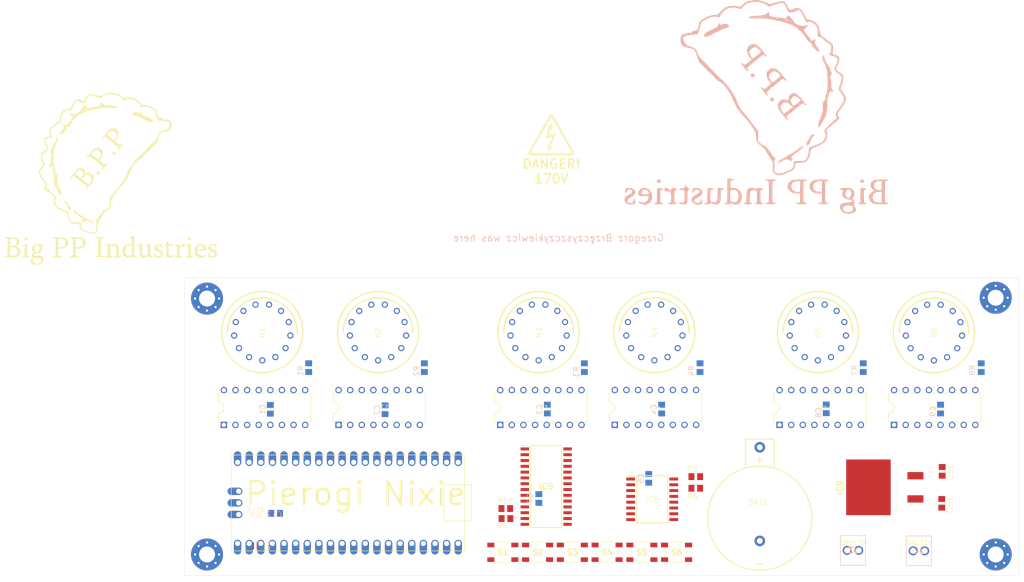
<source format=kicad_pcb>
(kicad_pcb (version 20221018) (generator pcbnew)
  (layers (0 "F.Cu" signal) (1 "In1.Cu" signal) (2 "In2.Cu" signal) (31 "B.Cu" signal) (34 "B.Paste" user) (35 "F.Paste" user) (36 "B.SilkS" user "B.Silkscreen") (37 "F.SilkS" user "F.Silkscreen") (38 "B.Mask" user) (39 "F.Mask" user) (44 "Edge.Cuts" user))
  (net 0 "")
  (net 1 "VCC")
  (net 2 "GND")
  (net 3 "Net-(IC6-VBAT)")
  (net 4 "+5V")
  (net 5 "/N13")
  (net 6 "/N10")
  (net 7 "/N11")
  (net 8 "/N15")
  (net 9 "/N14")
  (net 10 "/N16")
  (net 11 "/N17")
  (net 12 "/N12")
  (net 13 "/C1")
  (net 14 "/B1")
  (net 15 "/D1")
  (net 16 "/A1")
  (net 17 "/N19")
  (net 18 "/N18")
  (net 19 "/N23")
  (net 20 "/N20")
  (net 21 "/N21")
  (net 22 "/N25")
  (net 23 "/N24")
  (net 24 "/N26")
  (net 25 "/N27")
  (net 26 "/N22")
  (net 27 "/C2")
  (net 28 "/B2")
  (net 29 "/D2")
  (net 30 "/A2")
  (net 31 "/N29")
  (net 32 "/N28")
  (net 33 "/N33")
  (net 34 "/N30")
  (net 35 "/N31")
  (net 36 "/N35")
  (net 37 "/N34")
  (net 38 "/N36")
  (net 39 "/N37")
  (net 40 "/N32")
  (net 41 "/C3")
  (net 42 "/B3")
  (net 43 "/D3")
  (net 44 "/A3")
  (net 45 "/N39")
  (net 46 "/N38")
  (net 47 "/N43")
  (net 48 "/N40")
  (net 49 "/N41")
  (net 50 "/N45")
  (net 51 "/N44")
  (net 52 "/N46")
  (net 53 "/N47")
  (net 54 "/N42")
  (net 55 "/C4")
  (net 56 "/B4")
  (net 57 "/D4")
  (net 58 "/A4")
  (net 59 "/N49")
  (net 60 "/N48")
  (net 61 "+12V")
  (net 73 "/SDA")
  (net 74 "/SCL")
  (net 75 "/170V1")
  (net 78 "/170V2")
  (net 81 "/170V3")
  (net 84 "/170V4")
  (net 87 "/S1")
  (net 90 "+3V3")
  (net 91 "/S2")
  (net 92 "/S3")
  (net 93 "/S4")
  (net 103 "/SCL1")
  (net 104 "/SDA1")
  (net 109 "/N50")
  (net 110 "/N51")
  (net 111 "/N52")
  (net 112 "/N53")
  (net 113 "/N54")
  (net 114 "/N55")
  (net 115 "/N56")
  (net 116 "/N57")
  (net 117 "/N58")
  (net 118 "/N59")
  (net 119 "/170V5")
  (net 122 "/N60")
  (net 123 "/N61")
  (net 124 "/N62")
  (net 125 "/N63")
  (net 126 "/N64")
  (net 127 "/N65")
  (net 128 "/N66")
  (net 129 "/N67")
  (net 130 "/N68")
  (net 131 "/N69")
  (net 132 "/170V6")
  (net 135 "/C5")
  (net 136 "/B5")
  (net 137 "/D5")
  (net 138 "/A5")
  (net 139 "/C6")
  (net 140 "/B6")
  (net 141 "/D6")
  (net 142 "/A6")
  (net 143 "/TX")
  (net 144 "/RX")
  (net 145 "/SWCLK")
  (net 146 "/SWDIO")
  (net 147 "/S5")
  (net 148 "/S6")
  (footprint "MountingHole:MountingHole_3.5mm_Pad_Via" (layer "F.Cu") (at 70 138.4)
    (fp_text reference "H2" hide)
    (fp_text value "MountingHole" hide)
    (pad "1" thru_hole circle (at -2.625 0) (size 0.8 0.8) (drill 0.5) (layers "*.Cu" "*.Mask"))
    (pad "1" thru_hole circle (at -1.856155 -1.856155) (size 0.8 0.8) (drill 0.5) (layers "*.Cu" "*.Mask"))
    (pad "1" thru_hole circle (at -1.856155 1.856155) (size 0.8 0.8) (drill 0.5) (layers "*.Cu" "*.Mask"))
    (pad "1" thru_hole circle (at 0 -2.625) (size 0.8 0.8) (drill 0.5) (layers "*.Cu" "*.Mask"))
    (pad "1" thru_hole circle (at 0 0) (size 7 7) (drill 3.5) (layers "*.Cu" "*.Mask"))
    (pad "1" thru_hole circle (at 0 2.625) (size 0.8 0.8) (drill 0.5) (layers "*.Cu" "*.Mask"))
    (pad "1" thru_hole circle (at 1.856155 -1.856155) (size 0.8 0.8) (drill 0.5) (layers "*.Cu" "*.Mask"))
    (pad "1" thru_hole circle (at 1.856155 1.856155) (size 0.8 0.8) (drill 0.5) (layers "*.Cu" "*.Mask"))
    (pad "1" thru_hole circle (at 2.625 0) (size 0.8 0.8) (drill 0.5) (layers "*.Cu" "*.Mask"))
  )
  (footprint "nixie:C0805" (layer "F.Cu") (at 80.566 136.506)
    (fp_text reference "C6" (at 3.3 1.157 90) (layer "F.SilkS") (effects (font (size 1.1684 1.1684) (thickness 0.1016)) (justify left bottom)))
    (fp_text value "100nf" hide)
    (pad "1" smd rect (at -0.95 0) (size 1.3 1.5) (layers "F.Cu" "F.Paste" "F.Mask") (net 4 "+5V"))
    (pad "2" smd rect (at 0.95 0) (size 1.3 1.5) (layers "F.Cu" "F.Paste" "F.Mask") (net 2 "GND"))
  )
  (footprint "nixie:SOIC127P1032X265-16N" (layer "F.Cu") (at 167.364 126.317)
    (fp_text reference "IC6" (at 0 0) (layer "F.SilkS") (effects (font (size 1.1684 1.1684) (thickness 0.1016))))
    (fp_text value "DS3231M+TRL" hide)
    (pad "1" smd rect (at -4.712 -4.445) (size 1.925 0.65) (layers "F.Cu" "F.Paste" "F.Mask"))
    (pad "2" smd rect (at -4.712 -3.175) (size 1.925 0.65) (layers "F.Cu" "F.Paste" "F.Mask") (net 4 "+5V"))
    (pad "3" smd rect (at -4.712 -1.905) (size 1.925 0.65) (layers "F.Cu" "F.Paste" "F.Mask"))
    (pad "4" smd rect (at -4.712 -0.635) (size 1.925 0.65) (layers "F.Cu" "F.Paste" "F.Mask"))
    (pad "5" smd rect (at -4.712 0.635) (size 1.925 0.65) (layers "F.Cu" "F.Paste" "F.Mask"))
    (pad "6" smd rect (at -4.712 1.905) (size 1.925 0.65) (layers "F.Cu" "F.Paste" "F.Mask"))
    (pad "7" smd rect (at -4.712 3.175) (size 1.925 0.65) (layers "F.Cu" "F.Paste" "F.Mask"))
    (pad "8" smd rect (at -4.712 4.445) (size 1.925 0.65) (layers "F.Cu" "F.Paste" "F.Mask"))
    (pad "9" smd rect (at 4.712 4.445) (size 1.925 0.65) (layers "F.Cu" "F.Paste" "F.Mask"))
    (pad "10" smd rect (at 4.712 3.175) (size 1.925 0.65) (layers "F.Cu" "F.Paste" "F.Mask"))
    (pad "11" smd rect (at 4.712 1.905) (size 1.925 0.65) (layers "F.Cu" "F.Paste" "F.Mask"))
    (pad "12" smd rect (at 4.712 0.635) (size 1.925 0.65) (layers "F.Cu" "F.Paste" "F.Mask"))
    (pad "13" smd rect (at 4.712 -0.635) (size 1.925 0.65) (layers "F.Cu" "F.Paste" "F.Mask") (net 2 "GND"))
    (pad "14" smd rect (at 4.712 -1.905) (size 1.925 0.65) (layers "F.Cu" "F.Paste" "F.Mask") (net 3 "Net-(IC6-VBAT)"))
    (pad "15" smd rect (at 4.712 -3.175) (size 1.925 0.65) (layers "F.Cu" "F.Paste" "F.Mask") (net 73 "/SDA"))
    (pad "16" smd rect (at 4.712 -4.445) (size 1.925 0.65) (layers "F.Cu" "F.Paste" "F.Mask") (net 74 "/SCL"))
  )
  (footprint "footprints:PTS647SN50SMTR2LFS" (layer "F.Cu") (at 134.7 137.925 180)
    (fp_text reference "S1" (at 0 0 180) (layer "F.SilkS") (effects (font (size 1.27 1.27) (thickness 0.254))))
    (fp_text value "PTS647SN50SMTR2LFS" hide)
    (pad "1" smd rect (at -2.625 1.6 270) (size 1 1.55) (layers "F.Cu" "F.Paste" "F.Mask") (net 87 "/S1"))
    (pad "2" smd rect (at 2.625 1.6 270) (size 1 1.55) (layers "F.Cu" "F.Paste" "F.Mask"))
    (pad "3" smd rect (at 2.625 -1.6 270) (size 1 1.55) (layers "F.Cu" "F.Paste" "F.Mask"))
    (pad "4" smd rect (at -2.625 -1.6 270) (size 1 1.55) (layers "F.Cu" "F.Paste" "F.Mask") (net 90 "+3V3"))
  )
  (footprint "nixie:HVSMALL" (layer "F.Cu") (at 140.18945 51.63115)
    (fp_text reference "U$2" hide)
    (fp_text value "HVSMALL" hide)
  )
  (footprint "footprints:PTS647SN50SMTR2LFS" (layer "F.Cu") (at 165.1 137.925 180)
    (fp_text reference "S5" (at 0 0 180) (layer "F.SilkS") (effects (font (size 1.27 1.27) (thickness 0.254))))
    (fp_text value "PTS647SN50SMTR2LFS" hide)
    (pad "1" smd rect (at -2.625 1.6 270) (size 1 1.55) (layers "F.Cu" "F.Paste" "F.Mask") (net 147 "/S5"))
    (pad "2" smd rect (at 2.625 1.6 270) (size 1 1.55) (layers "F.Cu" "F.Paste" "F.Mask"))
    (pad "3" smd rect (at 2.625 -1.6 270) (size 1 1.55) (layers "F.Cu" "F.Paste" "F.Mask"))
    (pad "4" smd rect (at -2.625 -1.6 270) (size 1 1.55) (layers "F.Cu" "F.Paste" "F.Mask") (net 90 "+3V3"))
  )
  (footprint "nixie:R0805" (layer "F.Cu") (at 135.375 130.545 180)
    (fp_text reference "R9" (at -0.4 -2.3) (layer "F.SilkS") (effects (font (size 1.1684 1.1684) (thickness 0.1016)) (justify right bottom)))
    (fp_text value "10k" hide)
    (pad "1" smd rect (at -0.95 0 180) (size 1.3 1.5) (layers "F.Cu" "F.Paste" "F.Mask") (net 104 "/SDA1"))
    (pad "2" smd rect (at 0.95 0 180) (size 1.3 1.5) (layers "F.Cu" "F.Paste" "F.Mask") (net 4 "+5V"))
  )
  (footprint "MountingHole:MountingHole_3.5mm_Pad_Via" (layer "F.Cu") (at 242.5 82.2)
    (fp_text reference "H3" hide)
    (fp_text value "MountingHole" hide)
    (pad "1" thru_hole circle (at -2.625 0) (size 0.8 0.8) (drill 0.5) (layers "*.Cu" "*.Mask"))
    (pad "1" thru_hole circle (at -1.856155 -1.856155) (size 0.8 0.8) (drill 0.5) (layers "*.Cu" "*.Mask"))
    (pad "1" thru_hole circle (at -1.856155 1.856155) (size 0.8 0.8) (drill 0.5) (layers "*.Cu" "*.Mask"))
    (pad "1" thru_hole circle (at 0 -2.625) (size 0.8 0.8) (drill 0.5) (layers "*.Cu" "*.Mask"))
    (pad "1" thru_hole circle (at 0 0) (size 7 7) (drill 3.5) (layers "*.Cu" "*.Mask"))
    (pad "1" thru_hole circle (at 0 2.625) (size 0.8 0.8) (drill 0.5) (layers "*.Cu" "*.Mask"))
    (pad "1" thru_hole circle (at 1.856155 -1.856155) (size 0.8 0.8) (drill 0.5) (layers "*.Cu" "*.Mask"))
    (pad "1" thru_hole circle (at 1.856155 1.856155) (size 0.8 0.8) (drill 0.5) (layers "*.Cu" "*.Mask"))
    (pad "1" thru_hole circle (at 2.625 0) (size 0.8 0.8) (drill 0.5) (layers "*.Cu" "*.Mask"))
  )
  (footprint "nixie:R0805" (layer "F.Cu") (at 176.9 121.36)
    (fp_text reference "R5" (at 0.396 -0.991 180) (layer "F.SilkS") (effects (font (size 1.1684 1.1684) (thickness 0.1016)) (justify right bottom)))
    (fp_text value "10k" hide)
    (pad "1" smd rect (at -0.95 0) (size 1.3 1.5) (layers "F.Cu" "F.Paste" "F.Mask") (net 74 "/SCL"))
    (pad "2" smd rect (at 0.95 0) (size 1.3 1.5) (layers "F.Cu" "F.Paste" "F.Mask") (net 4 "+5V"))
  )
  (footprint "footprints:L7805CD2T" (layer "F.Cu") (at 219.8 123.7 90)
    (fp_text reference "IC9" (at -0.1 -11.3 90) (layer "F.SilkS") (effects (font (size 1.27 1.27) (thickness 0.254))))
    (fp_text value "L7805CD2T-TR" hide)
    (pad "1" smd rect (at -2.54 5.138 90) (size 1.6 3.5) (layers "F.Cu" "F.Paste" "F.Mask") (net 61 "+12V"))
    (pad "2" smd rect (at 0 -5.138 180) (size 9.75 12.2) (layers "F.Cu" "F.Paste" "F.Mask") (net 2 "GND"))
    (pad "3" smd rect (at 2.54 5.138 90) (size 1.6 3.5) (layers "F.Cu" "F.Paste" "F.Mask") (net 4 "+5V"))
  )
  (footprint "TimeExpander:DIP16-2.54-19.2X7.62MM" (layer "F.Cu") (at 143.0166 106.227)
    (fp_text reference "IC3" (at -0.508 0.4064) (layer "F.SilkS") (effects (font (size 0.79121 0.79121) (thickness 0.09779)) (justify left bottom)))
    (fp_text value "SN74141" hide)
    (pad "1" thru_hole rect (at -8.89 3.81) (size 1.4 1.4) (drill 0.9) (layers "*.Cu" "*.Mask") (net 46 "/N38"))
    (pad "2" thru_hole circle (at -6.35 3.81) (size 1.4 1.4) (drill 0.9) (layers "*.Cu" "*.Mask") (net 45 "/N39"))
    (pad "3" thru_hole circle (at -3.81 3.81) (size 1.4 1.4) (drill 0.9) (layers "*.Cu" "*.Mask") (net 44 "/A3"))
    (pad "4" thru_hole circle (at -1.27 3.81) (size 1.4 1.4) (drill 0.9) (layers "*.Cu" "*.Mask") (net 43 "/D3"))
    (pad "5" thru_hole circle (at 1.27 3.81) (size 1.4 1.4) (drill 0.9) (layers "*.Cu" "*.Mask") (net 4 "+5V"))
    (pad "6" thru_hole circle (at 3.81 3.81) (size 1.4 1.4) (drill 0.9) (layers "*.Cu" "*.Mask") (net 42 "/B3"))
    (pad "7" thru_hole circle (at 6.35 3.81) (size 1.4 1.4) (drill 0.9) (layers "*.Cu" "*.Mask") (net 41 "/C3"))
    (pad "8" thru_hole circle (at 8.89 3.81) (size 1.4 1.4) (drill 0.9) (layers "*.Cu" "*.Mask") (net 40 "/N32"))
    (pad "9" thru_hole circle (at 8.89 -3.81 180) (size 1.4 1.4) (drill 0.9) (layers "*.Cu" "*.Mask") (net 33 "/N33"))
    (pad "10" thru_hole circle (at 6.35 -3.81 180) (size 1.4 1.4) (drill 0.9) (layers "*.Cu" "*.Mask") (net 39 "/N37"))
    (pad "11" thru_hole circle (at 3.81 -3.81 180) (size 1.4 1.4) (drill 0.9) (layers "*.Cu" "*.Mask") (net 38 "/N36"))
    (pad "12" thru_hole circle (at 1.27 -3.81 180) (size 1.4 1.4) (drill 0.9) (layers "*.Cu" "*.Mask") (net 2 "GND"))
    (pad "13" thru_hole circle (at -1.27 -3.81 180) (size 1.4 1.4) (drill 0.9) (layers "*.Cu" "*.Mask") (net 37 "/N34"))
    (pad "14" thru_hole circle (at -3.81 -3.81 180) (size 1.4 1.4) (drill 0.9) (layers "*.Cu" "*.Mask") (net 36 "/N35"))
    (pad "15" thru_hole circle (at -6.35 -3.81 180) (size 1.4 1.4) (drill 0.9) (layers "*.Cu" "*.Mask") (net 35 "/N31"))
    (pad "16" thru_hole circle (at -8.89 -3.81 180) (size 1.4 1.4) (drill 0.9) (layers "*.Cu" "*.Mask") (net 34 "/N30"))
  )
  (footprint "MountingHole:MountingHole_3.5mm_Pad_Via" (layer "F.Cu") (at 70 82.375)
    (fp_text reference "H1" hide)
    (fp_text value "MountingHole" hide)
    (pad "1" thru_hole circle (at -2.625 0) (size 0.8 0.8) (drill 0.5) (layers "*.Cu" "*.Mask"))
    (pad "1" thru_hole circle (at -1.856155 -1.856155) (size 0.8 0.8) (drill 0.5) (layers "*.Cu" "*.Mask"))
    (pad "1" thru_hole circle (at -1.856155 1.856155) (size 0.8 0.8) (drill 0.5) (layers "*.Cu" "*.Mask"))
    (pad "1" thru_hole circle (at 0 -2.625) (size 0.8 0.8) (drill 0.5) (layers "*.Cu" "*.Mask"))
    (pad "1" thru_hole circle (at 0 0) (size 7 7) (drill 3.5) (layers "*.Cu" "*.Mask"))
    (pad "1" thru_hole circle (at 0 2.625) (size 0.8 0.8) (drill 0.5) (layers "*.Cu" "*.Mask"))
    (pad "1" thru_hole circle (at 1.856155 -1.856155) (size 0.8 0.8) (drill 0.5) (layers "*.Cu" "*.Mask"))
    (pad "1" thru_hole circle (at 1.856155 1.856155) (size 0.8 0.8) (drill 0.5) (layers "*.Cu" "*.Mask"))
    (pad "1" thru_hole circle (at 2.625 0) (size 0.8 0.8) (drill 0.5) (layers "*.Cu" "*.Mask"))
  )
  (footprint "MountingHole:MountingHole_3.5mm_Pad_Via" (layer "F.Cu") (at 242.5 138.4)
    (fp_text reference "H4" hide)
    (fp_text value "MountingHole" hide)
    (pad "1" thru_hole circle (at -2.625 0) (size 0.8 0.8) (drill 0.5) (layers "*.Cu" "*.Mask"))
    (pad "1" thru_hole circle (at -1.856155 -1.856155) (size 0.8 0.8) (drill 0.5) (layers "*.Cu" "*.Mask"))
    (pad "1" thru_hole circle (at -1.856155 1.856155) (size 0.8 0.8) (drill 0.5) (layers "*.Cu" "*.Mask"))
    (pad "1" thru_hole circle (at 0 -2.625) (size 0.8 0.8) (drill 0.5) (layers "*.Cu" "*.Mask"))
    (pad "1" thru_hole circle (at 0 0) (size 7 7) (drill 3.5) (layers "*.Cu" "*.Mask"))
    (pad "1" thru_hole circle (at 0 2.625) (size 0.8 0.8) (drill 0.5) (layers "*.Cu" "*.Mask"))
    (pad "1" thru_hole circle (at 1.856155 -1.856155) (size 0.8 0.8) (drill 0.5) (layers "*.Cu" "*.Mask"))
    (pad "1" thru_hole circle (at 1.856155 1.856155) (size 0.8 0.8) (drill 0.5) (layers "*.Cu" "*.Mask"))
    (pad "1" thru_hole circle (at 2.625 0) (size 0.8 0.8) (drill 0.5) (layers "*.Cu" "*.Mask"))
  )
  (footprint "nixie:RPI_PICO_TH" (layer "F.Cu") (at 100.81 127.11 -90)
    (fp_text reference "U$1" hide)
    (fp_text value "RPI_PICO-TH" hide)
    (pad "3V3" thru_hole oval (at 8.89 -13.97 270) (size 3.2 1.6) (drill 1.1 (offset 0.8 0)) (layers "*.Cu" "*.Mask") (net 90 "+3V3"))
    (pad "3V3_EN" thru_hole oval (at 8.89 -16.51 270) (size 3.2 1.6) (drill 1.1 (offset 0.8 0)) (layers "*.Cu" "*.Mask"))
    (pad "ADC_VREF" thru_hole oval (at 8.89 -11.43 270) (size 3.2 1.6) (drill 1.1 (offset 0.8 0)) (layers "*.Cu" "*.Mask"))
    (pad "AGND" thru_hole oval (at 8.89 -6.35 270) (size 3.2 1.6) (drill 1.1 (offset 0.8 0)) (layers "*.Cu" "*.Mask") (net 2 "GND"))
    (pad "GND@1" thru_hole oval (at -8.89 -19.05 90) (size 3.2 1.6) (drill 1.1 (offset 0.8 0)) (layers "*.Cu" "*.Mask") (net 2 "GND"))
    (pad "GND@2" thru_hole oval (at -8.89 -6.35 90) (size 3.2 1.6) (drill 1.1 (offset 0.8 0)) (layers "*.Cu" "*.Mask") (net 2 "GND"))
    (pad "GND@3" thru_hole oval (at -8.89 6.35 90) (size 3.2 1.6) (drill 1.1 (offset 0.8 0)) (layers "*.Cu" "*.Mask") (net 2 "GND"))
    (pad "GND@4" thru_hole oval (at -8.89 19.05 90) (size 3.2 1.6) (drill 1.1 (offset 0.8 0)) (layers "*.Cu" "*.Mask") (net 2 "GND"))
    (pad "GND@5" thru_hole oval (at 0 23.9 180) (size 3.2 1.6) (drill 1.1 (offset 0.8 0)) (layers "*.Cu" "*.Mask") (net 2 "GND"))
    (pad "GND@6" thru_hole oval (at 8.89 19.05 270) (size 3.2 1.6) (drill 1.1 (offset 0.8 0)) (layers "*.Cu" "*.Mask") (net 2 "GND"))
    (pad "GND@7" thru_hole oval (at 8.89 6.35 270) (size 3.2 1.6) (drill 1.1 (offset 0.8 0)) (layers "*.Cu" "*.Mask") (net 2 "GND"))
    (pad "GND@8" thru_hole oval (at 8.89 -19.05 270) (size 3.2 1.6) (drill 1.1 (offset 0.8 0)) (layers "*.Cu" "*.Mask") (net 2 "GND"))
    (pad "GP0" thru_hole oval (at -8.89 -24.13 90) (size 3.2 1.6) (drill 1.1 (offset 0.8 0)) (layers "*.Cu" "*.Mask") (net 73 "/SDA"))
    (pad "GP1" thru_hole oval (at -8.89 -21.59 90) (size 3.2 1.6) (drill 1.1 (offset 0.8 0)) (layers "*.Cu" "*.Mask") (net 74 "/SCL"))
    (pad "GP2" thru_hole oval (at -8.89 -16.51 90) (size 3.2 1.6) (drill 1.1 (offset 0.8 0)) (layers "*.Cu" "*.Mask") (net 145 "/SWCLK"))
    (pad "GP3" thru_hole oval (at -8.89 -13.97 90) (size 3.2 1.6) (drill 1.1 (offset 0.8 0)) (layers "*.Cu" "*.Mask") (net 146 "/SWDIO"))
    (pad "GP4" thru_hole oval (at -8.89 -11.43 90) (size 3.2 1.6) (drill 1.1 (offset 0.8 0)) (layers "*.Cu" "*.Mask") (net 144 "/RX"))
    (pad "GP5" thru_hole oval (at -8.89 -8.89 90) (size 3.2 1.6) (drill 1.1 (offset 0.8 0)) (layers "*.Cu" "*.Mask") (net 143 "/TX"))
    (pad "GP6" thru_hole oval (at -8.89 -3.81 90) (size 3.2 1.6) (drill 1.1 (offset 0.8 0)) (layers "*.Cu" "*.Mask") (net 104 "/SDA1"))
    (pad "GP7" thru_hole oval (at -8.89 -1.27 90) (size 3.2 1.6) (drill 1.1 (offset 0.8 0)) (layers "*.Cu" "*.Mask") (net 103 "/SCL1"))
    (pad "GP8" thru_hole oval (at -8.89 1.27 90) (size 3.2 1.6) (drill 1.1 (offset 0.8 0)) (layers "*.Cu" "*.Mask") (net 138 "/A5"))
    (pad "GP9" thru_hole oval (at -8.89 3.81 90) (size 3.2 1.6) (drill 1.1 (offset 0.8 0)) (layers "*.Cu" "*.Mask") (net 136 "/B5"))
    (pad "GP10" thru_hole oval (at -8.89 8.89 90) (size 3.2 1.6) (drill 1.1 (offset 0.8 0)) (layers "*.Cu" "*.Mask") (net 135 "/C5"))
    (pad "GP11" thru_hole oval (at -8.89 11.43 90) (size 3.2 1.6) (drill 1.1 (offset 0.8 0)) (layers "*.Cu" "*.Mask") (net 137 "/D5"))
    (pad "GP12" thru_hole oval (at -8.89 13.97 90) (size 3.2 1.6) (drill 1.1 (offset 0.8 0)) (layers "*.Cu" "*.Mask") (net 142 "/A6"))
    (pad "GP13" thru_hole oval (at -8.89 16.51 90) (size 3.2 1.6) (drill 1.1 (offset 0.8 0)) (layers "*.Cu" "*.Mask") (net 140 "/B6"))
    (pad "GP14" thru_hole oval (at -8.89 21.59 90) (size 3.2 1.6) (drill 1.1 (offset 0.8 0)) (layers "*.Cu" "*.Mask") (net 139 "/C6"))
    (pad "GP15" thru_hole oval (at -8.89 24.13 90) (size 3.2 1.6) (drill 1.1 (offset 0.8 0)) (layers "*.Cu" "*.Mask") (net 141 "/D6"))
    (pad "GP16" thru_hole oval (at 8.89 24.13 270) (size 3.2 1.6) (drill 1.1 (offset 0.8 0)) (layers "*.Cu" "*.Mask") (net 87 "/S1"))
    (pad "GP17" thru_hole oval (at 8.89 21.59 270) (size 3.2 1.6) (drill 1.1 (offset 0.8 0)) (layers "*.Cu" "*.Mask") (net 91 "/S2"))
    (pad "GP18" thru_hole oval (at 8.89 16.51 270) (size 3.2 1.6) (drill 1.1 (offset 0.8 0)) (layers "*.Cu" "*.Mask") (net 92 "/S3"))
    (pad "GP19" thru_hole oval (at 8.89 13.97 270) (size 3.2 1.6) (drill 1.1 (offset 0.8 0)) (layers "*.Cu" "*.Mask") (net 93 "/S4"))
    (pad "GP20" thru_hole oval (at 8.89 11.43 270) (size 3.2 1.6) (drill 1.1 (offset 0.8 0)) (layers "*.Cu" "*.Mask") (net 147 "/S5"))
    (pad "GP21" thru_hole oval (at 8.89 8.89 270) (size 3.2 1.6) (drill 1.1 (offset 0.8 0)) (layers "*.Cu" "*.Mask") (net 148 "/S6"))
    (pad "GP22" thru_hole oval (at 8.89 3.81 270) (size 3.2 1.6) (drill 1.1 (offset 0.8 0)) (layers "*.Cu" "*.Mask"))
    (pad "GP26_A0" thru_hole oval (at 8.89 -1.27 270) (size 3.2 1.6) (drill 1.1 (offset 0.8 0)) (layers "*.Cu" "*.Mask"))
    (pad "GP27_A1" thru_hole oval (at 8.89 -3.81 270) (size 3.2 1.6) (drill 1.1 (offset 0.8 0)) (layers "*.Cu" "*.Mask"))
    (pad "GP28_A2" thru_hole oval (at 8.89 -8.89 270) (size 3.2 1.6) (drill 1.1 (offset 0.8 0)) (layers "*.Cu" "*.Mask"))
    (pad "RUN" thru_hole oval (at 8.89 1.27 270) (size 3.2 1.6) (drill 1.1 (offset 0.8 0)) (layers "*.Cu" "*.Mask"))
    (pad "SWCLK" thru_hole oval (at -2.54 23.9 180) (size 3.2 1.6) (drill 1.1 (offset 0.8 0)) (layers "*.Cu" "*.Mask"))
    (pad "SWDIO" thru_hole oval (at 2.54 23.9 180) (size 3.2 1.6) (drill 1.1 (offset 0.8 0)) (layers "*.Cu" "*.Mask"))
    (pad "VBUS" thru_hole oval (at 8.89 -24.13 270) (size 3.2 1.6) (drill 1.1 (offset 0.8 0)) (layers "*.Cu" "*.Mask"))
    (pad "VSYS" thru_hole oval (at 8.89 -21.59 270) (size 3.2 1.6) (drill 1.1 (offset 0.8 0)) (layers "*.Cu" "*.Mask") (net 4 "+5V"))
  )
  (footprint "nixie:BIGPP" (layer "F.Cu") (at 24.9616 73.06)
    (fp_text reference "U$3" hide)
    (fp_text value "BIGPP" hide)
  )
  (footprint "footprints:PTS647SN50SMTR2LFS" (layer "F.Cu") (at 149.9 137.925 180)
    (fp_text reference "S3" (at 0 0 180) (layer "F.SilkS") (effects (font (size 1.27 1.27) (thickness 0.254))))
    (fp_text value "PTS647SN50SMTR2LFS" hide)
    (pad "1" smd rect (at -2.625 1.6 270) (size 1 1.55) (layers "F.Cu" "F.Paste" "F.Mask") (net 92 "/S3"))
    (pad "2" smd rect (at 2.625 1.6 270) (size 1 1.55) (layers "F.Cu" "F.Paste" "F.Mask"))
    (pad "3" smd rect (at 2.625 -1.6 270) (size 1 1.55) (layers "F.Cu" "F.Paste" "F.Mask"))
    (pad "4" smd rect (at -2.625 -1.6 270) (size 1 1.55) (layers "F.Cu" "F.Paste" "F.Mask") (net 90 "+3V3"))
  )
  (footprint "footprints:PTS647SN50SMTR2LFS" (layer "F.Cu") (at 172.7 137.925 180)
    (fp_text reference "S6" (at 0 0 180) (layer "F.SilkS") (effects (font (size 1.27 1.27) (thickness 0.254))))
    (fp_text value "PTS647SN50SMTR2LFS" hide)
    (pad "1" smd rect (at -2.625 1.6 270) (size 1 1.55) (layers "F.Cu" "F.Paste" "F.Mask") (net 148 "/S6"))
    (pad "2" smd rect (at 2.625 1.6 270) (size 1 1.55) (layers "F.Cu" "F.Paste" "F.Mask"))
    (pad "3" smd rect (at 2.625 -1.6 270) (size 1 1.55) (layers "F.Cu" "F.Paste" "F.Mask"))
    (pad "4" smd rect (at -2.625 -1.6 270) (size 1 1.55) (layers "F.Cu" "F.Paste" "F.Mask") (net 90 "+3V3"))
  )
  (footprint "nixie:C0805" (layer "F.Cu") (at 230.7 127.2 -90)
    (fp_text reference "C10" (at -1.27 -2.5 -270) (layer "F.SilkS") (effects (font (size 1.1684 1.1684) (thickness 0.1016)) (justify right bottom)))
    (fp_text value ".33uF" hide)
    (pad "1" smd rect (at -0.95 0 270) (size 1.3 1.5) (layers "F.Cu" "F.Paste" "F.Mask") (net 61 "+12V"))
    (pad "2" smd rect (at 0.95 0 270) (size 1.3 1.5) (layers "F.Cu" "F.Paste" "F.Mask") (net 2 "GND"))
  )
  (footprint "nixie:SN2032" (layer "F.Cu") (at 190.9 130.45)
    (fp_text reference "BAT1" (at -2.54 -2.82) (layer "F.SilkS") (effects (font (size 1.1684 1.1684) (thickness 0.1016)) (justify left bottom)))
    (fp_text value "SN2032" hide)
    (pad "+" thru_hole oval (at 0 -15.52 90) (size 2.316 2.316) (drill 1.27) (layers "*.Cu" "*.Mask") (net 3 "Net-(IC6-VBAT)"))
    (pad "-" thru_hole circle (at 0 4.98 90) (size 2.316 2.316) (drill 1.27) (layers "*.Cu" "*.Mask") (net 2 "GND"))
  )
  (footprint "nixie:R0805" (layer "F.Cu") (at 135.341 128.345 180)
    (fp_text reference "R10" (at 1.9 1) (layer "F.SilkS") (effects (font (size 1.1684 1.1684) (thickness 0.1016)) (justify left bottom)))
    (fp_text value "10k" hide)
    (pad "1" smd rect (at -0.95 0 180) (size 1.3 1.5) (layers "F.Cu" "F.Paste" "F.Mask") (net 103 "/SCL1"))
    (pad "2" smd rect (at 0.95 0 180) (size 1.3 1.5) (layers "F.Cu" "F.Paste" "F.Mask") (net 4 "+5V"))
  )
  (footprint "TimeExpander:DIP16-2.54-19.2X7.62MM" (layer "F.Cu") (at 229.156 106.227)
    (fp_text reference "IC8" (at -1.3114 0.59) (layer "F.SilkS") (effects (font (size 0.79121 0.79121) (thickness 0.09779)) (justify left bottom)))
    (fp_text value "SN74141" hide)
    (pad "1" thru_hole rect (at -8.89 3.81) (size 1.4 1.4) (drill 0.9) (layers "*.Cu" "*.Mask") (net 130 "/N68"))
    (pad "2" thru_hole circle (at -6.35 3.81) (size 1.4 1.4) (drill 0.9) (layers "*.Cu" "*.Mask") (net 131 "/N69"))
    (pad "3" thru_hole circle (at -3.81 3.81) (size 1.4 1.4) (drill 0.9) (layers "*.Cu" "*.Mask") (net 142 "/A6"))
    (pad "4" thru_hole circle (at -1.27 3.81) (size 1.4 1.4) (drill 0.9) (layers "*.Cu" "*.Mask") (net 141 "/D6"))
    (pad "5" thru_hole circle (at 1.27 3.81) (size 1.4 1.4) (drill 0.9) (layers "*.Cu" "*.Mask") (net 4 "+5V"))
    (pad "6" thru_hole circle (at 3.81 3.81) (size 1.4 1.4) (drill 0.9) (layers "*.Cu" "*.Mask") (net 140 "/B6"))
    (pad "7" thru_hole circle (at 6.35 3.81) (size 1.4 1.4) (drill 0.9) (layers "*.Cu" "*.Mask") (net 139 "/C6"))
    (pad "8" thru_hole circle (at 8.89 3.81) (size 1.4 1.4) (drill 0.9) (layers "*.Cu" "*.Mask") (net 124 "/N62"))
    (pad "9" thru_hole circle (at 8.89 -3.81 180) (size 1.4 1.4) (drill 0.9) (layers "*.Cu" "*.Mask") (net 125 "/N63"))
    (pad "10" thru_hole circle (at 6.35 -3.81 180) (size 1.4 1.4) (drill 0.9) (layers "*.Cu" "*.Mask") (net 129 "/N67"))
    (pad "11" thru_hole circle (at 3.81 -3.81 180) (size 1.4 1.4) (drill 0.9) (layers "*.Cu" "*.Mask") (net 128 "/N66"))
    (pad "12" thru_hole circle (at 1.27 -3.81 180) (size 1.4 1.4) (drill 0.9) (layers "*.Cu" "*.Mask") (net 2 "GND"))
    (pad "13" thru_hole circle (at -1.27 -3.81 180) (size 1.4 1.4) (drill 0.9) (layers "*.Cu" "*.Mask") (net 126 "/N64"))
    (pad "14" thru_hole circle (at -3.81 -3.81 180) (size 1.4 1.4) (drill 0.9) (layers "*.Cu" "*.Mask") (net 127 "/N65"))
    (pad "15" thru_hole circle (at -6.35 -3.81 180) (size 1.4 1.4) (drill 0.9) (layers "*.Cu" "*.Mask") (net 123 "/N61"))
    (pad "16" thru_hole circle (at -8.89 -3.81 180) (size 1.4 1.4) (drill 0.9) (layers "*.Cu" "*.Mask") (net 122 "/N60"))
  )
  (footprint "TimeExpander:DIP16-2.54-19.2X7.62MM" (layer "F.Cu") (at 204.116 106.227)
    (fp_text reference "IC7" (at -0.635 0.59) (layer "F.SilkS") (effects (font (size 0.79121 0.79121) (thickness 0.09779)) (justify left bottom)))
    (fp_text value "SN74141" hide)
    (pad "1" thru_hole rect (at -8.89 3.81) (size 1.4 1.4) (drill 0.9) (layers "*.Cu" "*.Mask") (net 117 "/N58"))
    (pad "2" thru_hole circle (at -6.35 3.81) (size 1.4 1.4) (drill 0.9) (layers "*.Cu" "*.Mask") (net 118 "/N59"))
    (pad "3" thru_hole circle (at -3.81 3.81) (size 1.4 1.4) (drill 0.9) (layers "*.Cu" "*.Mask") (net 138 "/A5"))
    (pad "4" thru_hole circle (at -1.27 3.81) (size 1.4 1.4) (drill 0.9) (layers "*.Cu" "*.Mask") (net 137 "/D5"))
    (pad "5" thru_hole circle (at 1.27 3.81) (size 1.4 1.4) (drill 0.9) (layers "*.Cu" "*.Mask") (net 4 "+5V"))
    (pad "6" thru_hole circle (at 3.81 3.81) (size 1.4 1.4) (drill 0.9) (layers "*.Cu" "*.Mask") (net 136 "/B5"))
    (pad "7" thru_hole circle (at 6.35 3.81) (size 1.4 1.4) (drill 0.9) (layers "*.Cu" "*.Mask") (net 135 "/C5"))
    (pad "8" thru_hole circle (at 8.89 3.81) (size 1.4 1.4) (drill 0.9) (layers "*.Cu" "*.Mask") (net 111 "/N52"))
    (pad "9" thru_hole circle (at 8.89 -3.81 180) (size 1.4 1.4) (drill 0.9) (layers "*.Cu" "*.Mask") (net 112 "/N53"))
    (pad "10" thru_hole circle (at 6.35 -3.81 180) (size 1.4 1.4) (drill 0.9) (layers "*.Cu" "*.Mask") (net 116 "/N57"))
    (pad "11" thru_hole circle (at 3.81 -3.81 180) (size 1.4 1.4) (drill 0.9) (layers "*.Cu" "*.Mask") (net 115 "/N56"))
    (pad "12" thru_hole circle (at 1.27 -3.81 180) (size 1.4 1.4) (drill 0.9) (layers "*.Cu" "*.Mask") (net 2 "GND"))
    (pad "13" thru_hole circle (at -1.27 -3.81 180) (size 1.4 1.4) (drill 0.9) (layers "*.Cu" "*.Mask") (net 113 "/N54"))
    (pad "14" thru_hole circle (at -3.81 -3.81 180) (size 1.4 1.4) (drill 0.9) (layers "*.Cu" "*.Mask") (net 114 "/N55"))
    (pad "15" thru_hole circle (at -6.35 -3.81 180) (size 1.4 1.4) (drill 0.9) (layers "*.Cu" "*.Mask") (net 110 "/N51"))
    (pad "16" thru_hole circle (at -8.89 -3.81 180) (size 1.4 1.4) (drill 0.9) (layers "*.Cu" "*.Mask") (net 109 "/N50"))
  )
  (footprint "L7805CV:SOIC127P1030X265-28N" (layer "F.Cu") (at 144.175 123.545)
    (fp_text reference "IC5" (at 0 0) (layer "F.SilkS") (effects (font (size 1.27 1.27) (thickness 0.254))))
    (fp_text value "MCP23017-E_SO" hide)
    (pad "1" smd rect (at -4.675 -8.255 90) (size 0.65 1.85) (layers "F.Cu" "F.Paste" "F.Mask") (net 16 "/A1"))
    (pad "2" smd rect (at -4.675 -6.985 90) (size 0.65 1.85) (layers "F.Cu" "F.Paste" "F.Mask") (net 14 "/B1"))
    (pad "3" smd rect (at -4.675 -5.715 90) (size 0.65 1.85) (layers "F.Cu" "F.Paste" "F.Mask") (net 13 "/C1"))
    (pad "4" smd rect (at -4.675 -4.445 90) (size 0.65 1.85) (layers "F.Cu" "F.Paste" "F.Mask") (net 15 "/D1"))
    (pad "5" smd rect (at -4.675 -3.175 90) (size 0.65 1.85) (layers "F.Cu" "F.Paste" "F.Mask") (net 30 "/A2"))
    (pad "6" smd rect (at -4.675 -1.905 90) (size 0.65 1.85) (layers "F.Cu" "F.Paste" "F.Mask") (net 28 "/B2"))
    (pad "7" smd rect (at -4.675 -0.635 90) (size 0.65 1.85) (layers "F.Cu" "F.Paste" "F.Mask") (net 27 "/C2"))
    (pad "8" smd rect (at -4.675 0.635 90) (size 0.65 1.85) (layers "F.Cu" "F.Paste" "F.Mask") (net 29 "/D2"))
    (pad "9" smd rect (at -4.675 1.905 90) (size 0.65 1.85) (layers "F.Cu" "F.Paste" "F.Mask") (net 4 "+5V"))
    (pad "10" smd rect (at -4.675 3.175 90) (size 0.65 1.85) (layers "F.Cu" "F.Paste" "F.Mask") (net 2 "GND"))
    (pad "11" smd rect (at -4.675 4.445 90) (size 0.65 1.85) (layers "F.Cu" "F.Paste" "F.Mask"))
    (pad "12" smd rect (at -4.675 5.715 90) (size 0.65 1.85) (layers "F.Cu" "F.Paste" "F.Mask") (net 103 "/SCL1"))
    (pad "13" smd rect (at -4.675 6.985 90) (size 0.65 1.85) (layers "F.Cu" "F.Paste" "F.Mask") (net 104 "/SDA1"))
    (pad "14" smd rect (at -4.675 8.255 90) (size 0.65 1.85) (layers "F.Cu" "F.Paste" "F.Mask"))
    (pad "15" smd rect (at 4.675 8.255 90) (size 0.65 1.85) (layers "F.Cu" "F.Paste" "F.Mask") (net 2 "GND"))
    (pad "16" smd rect (at 4.675 6.985 90) (size 0.65 1.85) (layers "F.Cu" "F.Paste" "F.Mask") (net 2 "GND"))
    (pad "17" smd rect (at 4.675 5.715 90) (size 0.65 1.85) (layers "F.Cu" "F.Paste" "F.Mask") (net 2 "GND"))
    (pad "18" smd rect (at 4.675 4.445 90) (size 0.65 1.85) (layers "F.Cu" "F.Paste" "F.Mask"))
    (pad "19" smd rect (at 4.675 3.175 90) (size 0.65 1.85) (layers "F.Cu" "F.Paste" "F.Mask"))
    (pad "20" smd rect (at 4.675 1.905 90) (size 0.65 1.85) (layers "F.Cu" "F.Paste" "F.Mask"))
    (pad "21" smd rect (at 4.675 0.635 90) (size 0.65 1.85) (layers "F.Cu" "F.Paste" "F.Mask") (net 57 "/D4"))
    (pad "22" smd rect (at 4.675 -0.635 90) (size 0.65 1.85) (layers "F.Cu" "F.Paste" "F.Mask") (net 55 "/C4"))
    (pad "23" smd rect (at 4.675 -1.905 90) (size 0.65 1.85) (layers "F.Cu" "F.Paste" "F.Mask") (net 56 "/B4"))
    (pad "24" smd rect (at 4.675 -3.175 90) (size 0.65 1.85) (layers "F.Cu" "F.Paste" "F.Mask") (net 58 "/A4"))
    (pad "25" smd rect (at 4.675 -4.445 90) (size 0.65 1.85) (layers "F.Cu" "F.Paste" "F.Mask") (net 43 "/D3"))
    (pad "26" smd rect (at 4.675 -5.715 90) (size 0.65 1.85) (layers "F.Cu" "F.Paste" "F.Mask") (net 41 "/C3"))
    (pad "27" smd rect (at 4.675 -6.985 90) (size 0.65 1.85) (layers "F.Cu" "F.Paste" "F.Mask") (net 42 "/B3"))
    (pad "28" smd rect (at 4.675 -8.255 90) (size 0.65 1.85) (layers "F.Cu" "F.Paste" "F.Mask") (net 44 "/A3"))
  )
  (footprint "footprints:PTS647SN50SMTR2LFS" (layer "F.Cu") (at 142.3 137.925 180)
    (fp_text reference "S2" (at 0 0 180) (layer "F.SilkS") (effects (font (size 1.27 1.27) (thickness 0.254))))
    (fp_text value "PTS647SN50SMTR2LFS" hide)
    (pad "1" smd rect (at -2.625 1.6 270) (size 1 1.55) (layers "F.Cu" "F.Paste" "F.Mask") (net 91 "/S2"))
    (pad "2" smd rect (at 2.625 1.6 270) (size 1 1.55) (layers "F.Cu" "F.Paste" "F.Mask"))
    (pad "3" smd rect (at 2.625 -1.6 270) (size 1 1.55) (layers "F.Cu" "F.Paste" "F.Mask"))
    (pad "4" smd rect (at -2.625 -1.6 270) (size 1 1.55) (layers "F.Cu" "F.Paste" "F.Mask") (net 90 "+3V3"))
  )
  (footprint "nixie:C0805" (layer "F.Cu") (at 230.8 120.2 90)
    (fp_text reference "C11" (at -2 2.5 90) (layer "F.SilkS") (effects (font (size 1.1684 1.1684) (thickness 0.1016)) (justify left bottom)))
    (fp_text value ".1uF" hide)
    (pad "1" smd rect (at -0.95 0 90) (size 1.3 1.5) (layers "F.Cu" "F.Paste" "F.Mask") (net 4 "+5V"))
    (pad "2" smd rect (at 0.95 0 90) (size 1.3 1.5) (layers "F.Cu" "F.Paste" "F.Mask") (net 2 "GND"))
  )
  (footprint "TimeExpander:DIP16-2.54-19.2X7.62MM" (layer "F.Cu") (at 168.0786 106.207)
    (fp_text reference "IC4" (at -0.937501 0.354) (layer "F.SilkS") (effects (font (size 0.79121 0.79121) (thickness 0.09779)) (justify left bottom)))
    (fp_text value "SN74141" hide)
    (pad "1" thru_hole rect (at -8.89 3.81) (size 1.4 1.4) (drill 0.9) (layers "*.Cu" "*.Mask") (net 60 "/N48"))
    (pad "2" thru_hole circle (at -6.35 3.81) (size 1.4 1.4) (drill 0.9) (layers "*.Cu" "*.Mask") (net 59 "/N49"))
    (pad "3" thru_hole circle (at -3.81 3.81) (size 1.4 1.4) (drill 0.9) (layers "*.Cu" "*.Mask") (net 58 "/A4"))
    (pad "4" thru_hole circle (at -1.27 3.81) (size 1.4 1.4) (drill 0.9) (layers "*.Cu" "*.Mask") (net 57 "/D4"))
    (pad "5" thru_hole circle (at 1.27 3.81) (size 1.4 1.4) (drill 0.9) (layers "*.Cu" "*.Mask") (net 4 "+5V"))
    (pad "6" thru_hole circle (at 3.81 3.81) (size 1.4 1.4) (drill 0.9) (layers "*.Cu" "*.Mask") (net 56 "/B4"))
    (pad "7" thru_hole circle (at 6.35 3.81) (size 1.4 1.4) (drill 0.9) (layers "*.Cu" "*.Mask") (net 55 "/C4"))
    (pad "8" thru_hole circle (at 8.89 3.81) (size 1.4 1.4) (drill 0.9) (layers "*.Cu" "*.Mask") (net 54 "/N42"))
    (pad "9" thru_hole circle (at 8.89 -3.81 180) (size 1.4 1.4) (drill 0.9) (layers "*.Cu" "*.Mask") (net 47 "/N43"))
    (pad "10" thru_hole circle (at 6.35 -3.81 180) (size 1.4 1.4) (drill 0.9) (layers "*.Cu" "*.Mask") (net 53 "/N47"))
    (pad "11" thru_hole circle (at 3.81 -3.81 180) (size 1.4 1.4) (drill 0.9) (layers "*.Cu" "*.Mask") (net 52 "/N46"))
    (pad "12" thru_hole circle (at 1.27 -3.81 180) (size 1.4 1.4) (drill 0.9) (layers "*.Cu" "*.Mask") (net 2 "GND"))
    (pad "13" thru_hole circle (at -1.27 -3.81 180) (size 1.4 1.4) (drill 0.9) (layers "*.Cu" "*.Mask") (net 51 "/N44"))
    (pad "14" thru_hole circle (at -3.81 -3.81 180) (size 1.4 1.4) (drill 0.9) (layers "*.Cu" "*.Mask") (net 50 "/N45"))
    (pad "15" thru_hole circle (at -6.35 -3.81 180) (size 1.4 1.4) (drill 0.9) (layers "*.Cu" "*.Mask") (net 49 "/N41"))
    (pad "16" thru_hole circle (at -8.89 -3.81 180) (size 1.4 1.4) (drill 0.9) (layers "*.Cu" "*.Mask") (net 48 "/N40"))
  )
  (footprint "TimeExpander:DIP16-2.54-19.2X7.62MM" (layer "F.Cu") (at 107.6546 106.227)
    (fp_text reference "IC2" (at -0.0762 0.3302) (layer "F.SilkS") (effects (font (size 0.79121 0.79121) (thickness 0.09779)) (justify left bottom)))
    (fp_text value "SN74141" hide)
    (pad "1" thru_hole rect (at -8.89 3.81) (size 1.4 1.4) (drill 0.9) (layers "*.Cu" "*.Mask") (net 32 "/N28"))
    (pad "2" thru_hole circle (at -6.35 3.81) (size 1.4 1.4) (drill 0.9) (layers "*.Cu" "*.Mask") (net 31 "/N29"))
    (pad "3" thru_hole circle (at -3.81 3.81) (size 1.4 1.4) (drill 0.9) (layers "*.Cu" "*.Mask") (net 30 "/A2"))
    (pad "4" thru_hole circle (at -1.27 3.81) (size 1.4 1.4) (drill 0.9) (layers "*.Cu" "*.Mask") (net 29 "/D2"))
    (pad "5" thru_hole circle (at 1.27 3.81) (size 1.4 1.4) (drill 0.9) (layers "*.Cu" "*.Mask") (net 4 "+5V"))
    (pad "6" thru_hole circle (at 3.81 3.81) (size 1.4 1.4) (drill 0.9) (layers "*.Cu" "*.Mask") (net 28 "/B2"))
    (pad "7" thru_hole circle (at 6.35 3.81) (size 1.4 1.4) (drill 0.9) (layers "*.Cu" "*.Mask") (net 27 "/C2"))
    (pad "8" thru_hole circle (at 8.89 3.81) (size 1.4 1.4) (drill 0.9) (layers "*.Cu" "*.Mask") (net 26 "/N22"))
    (pad "9" thru_hole circle (at 8.89 -3.81 180) (size 1.4 1.4) (drill 0.9) (layers "*.Cu" "*.Mask") (net 19 "/N23"))
    (pad "10" thru_hole circle (at 6.35 -3.81 180) (size 1.4 1.4) (drill 0.9) (layers "*.Cu" "*.Mask") (net 25 "/N27"))
    (pad "11" thru_hole circle (at 3.81 -3.81 180) (size 1.4 1.4) (drill 0.9) (layers "*.Cu" "*.Mask") (net 24 "/N26"))
    (pad "12" thru_hole circle (at 1.27 -3.81 180) (size 1.4 1.4) (drill 0.9) (layers "*.Cu" "*.Mask") (net 2 "GND"))
    (pad "13" thru_hole circle (at -1.27 -3.81 180) (size 1.4 1.4) (drill 0.9) (layers "*.Cu" "*.Mask") (net 23 "/N24"))
    (pad "14" thru_hole circle (at -3.81 -3.81 180) (size 1.4 1.4) (drill 0.9) (layers "*.Cu" "*.Mask") (net 22 "/N25"))
    (pad "15" thru_hole circle (at -6.35 -3.81 180) (size 1.4 1.4) (drill 0.9) (layers "*.Cu" "*.Mask") (net 21 "/N21"))
    (pad "16" thru_hole circle (at -8.89 -3.81 180) (size 1.4 1.4) (drill 0.9) (layers "*.Cu" "*.Mask") (net 20 "/N20"))
  )
  (footprint "nixie:R0805" (layer "F.Cu") (at 176.9 123.9)
    (fp_text reference "R6" (at -1.966 2.54) (layer "F.SilkS") (effects (font (size 1.1684 1.1684) (thickness 0.1016)) (justify left bottom)))
    (fp_text value "10k" hide)
    (pad "1" smd rect (at -0.95 0) (size 1.3 1.5) (layers "F.Cu" "F.Paste" "F.Mask") (net 73 "/SDA"))
    (pad "2" smd rect (at 0.95 0) (size 1.3 1.5) (layers "F.Cu" "F.Paste" "F.Mask") (net 4 "+5V"))
  )
  (footprint "TimeExpander:DIP16-2.54-19.2X7.62MM" (layer "F.Cu") (at 82.5726 106.227)
    (fp_text reference "IC1" (at -1.228 0.381 -180) (layer "F.SilkS") (effects (font (size 0.79121 0.79121) (thickness 0.09779)) (justify left bottom)))
    (fp_text value "SN74141" hide)
    (pad "1" thru_hole rect (at -8.89 3.81) (size 1.4 1.4) (drill 0.9) (layers "*.Cu" "*.Mask") (net 18 "/N18"))
    (pad "2" thru_hole circle (at -6.35 3.81) (size 1.4 1.4) (drill 0.9) (layers "*.Cu" "*.Mask") (net 17 "/N19"))
    (pad "3" thru_hole circle (at -3.81 3.81) (size 1.4 1.4) (drill 0.9) (layers "*.Cu" "*.Mask") (net 16 "/A1"))
    (pad "4" thru_hole circle (at -1.27 3.81) (size 1.4 1.4) (drill 0.9) (layers "*.Cu" "*.Mask") (net 15 "/D1"))
    (pad "5" thru_hole circle (at 1.27 3.81) (size 1.4 1.4) (drill 0.9) (layers "*.Cu" "*.Mask") (net 4 "+5V"))
    (pad "6" thru_hole circle (at 3.81 3.81) (size 1.4 1.4) (drill 0.9) (layers "*.Cu" "*.Mask") (net 14 "/B1"))
    (pad "7" thru_hole circle (at 6.35 3.81) (size 1.4 1.4) (drill 0.9) (layers "*.Cu" "*.Mask") (net 13 "/C1"))
    (pad "8" thru_hole circle (at 8.89 3.81) (size 1.4 1.4) (drill 0.9) (layers "*.Cu" "*.Mask") (net 12 "/N12"))
    (pad "9" thru_hole circle (at 8.89 -3.81 180) (size 1.4 1.4) (drill 0.9) (layers "*.Cu" "*.Mask") (net 5 "/N13"))
    (pad "10" thru_hole circle (at 6.35 -3.81 180) (size 1.4 1.4) (drill 0.9) (layers "*.Cu" "*.Mask") (net 11 "/N17"))
    (pad "11" thru_hole circle (at 3.81 -3.81 180) (size 1.4 1.4) (drill 0.9) (layers "*.Cu" "*.Mask") (net 10 "/N16"))
    (pad "12" thru_hole circle (at 1.27 -3.81 180) (size 1.4 1.4) (drill 0.9) (layers "*.Cu" "*.Mask") (net 2 "GND"))
    (pad "13" thru_hole circle (at -1.27 -3.81 180) (size 1.4 1.4) (drill 0.9) (layers "*.Cu" "*.Mask") (net 9 "/N14"))
    (pad "14" thru_hole circle (at -3.81 -3.81 180) (size 1.4 1.4) (drill 0.9) (layers "*.Cu" "*.Mask") (net 8 "/N15"))
    (pad "15" thru_hole circle (at -6.35 -3.81 180) (size 1.4 1.4) (drill 0.9) (layers "*.Cu" "*.Mask") (net 7 "/N11"))
    (pad "16" thru_hole circle (at -8.89 -3.81 180) (size 1.4 1.4) (drill 0.9) (layers "*.Cu" "*.Mask") (net 6 "/N10"))
  )
  (footprint "footprints:PTS647SN50SMTR2LFS" (layer "F.Cu") (at 157.5 137.925 180)
    (fp_text reference "S4" (at 0 0 180) (layer "F.SilkS") (effects (font (size 1.27 1.27) (thickness 0.254))))
    (fp_text value "PTS647SN50SMTR2LFS" hide)
    (pad "1" smd rect (at -2.625 1.6 270) (size 1 1.55) (layers "F.Cu" "F.Paste" "F.Mask") (net 93 "/S4"))
    (pad "2" smd rect (at 2.625 1.6 270) (size 1 1.55) (layers "F.Cu" "F.Paste" "F.Mask"))
    (pad "3" smd rect (at 2.625 -1.6 270) (size 1 1.55) (layers "F.Cu" "F.Paste" "F.Mask"))
    (pad "4" smd rect (at -2.625 -1.6 270) (size 1 1.55) (layers "F.Cu" "F.Paste" "F.Mask") (net 90 "+3V3"))
  )
  (footprint "nixie:C0805" (layer "B.Cu") (at 142.575 126.145 -90)
    (fp_text reference "C7" (at -1.27 1.27 90) (layer "B.SilkS") (effects (font (size 1.1684 1.1684) (thickness 0.1016)) (justify left bottom mirror)))
    (fp_text value "100nf" hide)
    (pad "1" smd rect (at -0.95 0 270) (size 1.3 1.5) (layers "B.Cu" "B.Paste" "B.Mask") (net 4 "+5V"))
    (pad "2" smd rect (at 0.95 0 270) (size 1.3 1.5) (layers "B.Cu" "B.Paste" "B.Mask") (net 2 "GND"))
  )
  (footprint "nixie:IN-14" (layer "B.Cu") (at 228.9894 89.7361 180)
    (fp_text reference "N6" (at -0.7106 1.2361 -90) (layer "F.SilkS") (effects (font (size 1.1684 1.1684) (thickness 0.1016)) (justify right bottom)))
    (fp_text value "IN-14" hide)
    (pad "0" thru_hole circle (at 5.0942 -3.5163 180) (size 1.348 1.348) (drill 0.84) (layers "*.Cu" "*.Mask") (net 122 "/N60"))
    (pad "1" thru_hole circle (at -5.0942 -3.5163 180) (size 1.348 1.348) (drill 0.84) (layers "*.Cu" "*.Mask") (net 123 "/N61"))
    (pad "2" thru_hole circle (at -6.1448 -0.7461 180) (size 1.348 1.348) (drill 0.84) (layers "*.Cu" "*.Mask") (net 124 "/N62"))
    (pad "3" thru_hole circle (at -5.7877 2.195 180) (size 1.348 1.348) (drill 0.84) (layers "*.Cu" "*.Mask") (net 125 "/N63"))
    (pad "4" thru_hole circle (at -4.1047 4.6332 180) (size 1.348 1.348) (drill 0.84) (layers "*.Cu" "*.Mask") (net 126 "/N64"))
    (pad "5" thru_hole circle (at -1.4813 6.0101 180) (size 1.348 1.348) (drill 0.84) (layers "*.Cu" "*.Mask") (net 127 "/N65"))
    (pad "6" thru_hole circle (at 1.4813 6.0101 180) (size 1.348 1.348) (drill 0.84) (layers "*.Cu" "*.Mask") (net 128 "/N66"))
    (pad "7" thru_hole circle (at 4.1047 4.6332 180) (size 1.348 1.348) (drill 0.84) (layers "*.Cu" "*.Mask") (net 129 "/N67"))
    (pad "8" thru_hole circle (at 5.7877 2.195 180) (size 1.348 1.348) (drill 0.84) (layers "*.Cu" "*.Mask") (net 130 "/N68"))
    (pad "9" thru_hole circle (at 6.1448 -0.7461 180) (size 1.348 1.348) (drill 0.84) (layers "*.Cu" "*.Mask") (net 131 "/N69"))
    (pad "A" thru_hole circle (at 0 -6.1899 180) (size 1.348 1.348) (drill 0.84) (layers "*.Cu" "*.Mask") (net 132 "/170V6"))
    (pad "LHDP" thru_hole circle (at 2.8766 -5.4809 180) (size 1.348 1.348) (drill 0.84) (layers "*.Cu" "*.Mask"))
    (pad "RHDP" thru_hole circle (at -2.8766 -5.4809 180) (size 1.348 1.348) (drill 0.84) (layers "*.Cu" "*.Mask"))
  )
  (footprint "nixie:C0805" (layer "B.Cu") (at 83.8426 106.617 90)
    (fp_text reference "C1" (at -1.27 -1.016 90) (layer "B.SilkS") (effects (font (size 1.1684 1.1684) (thickness 0.1016)) (justify right bottom mirror)))
    (fp_text value "100nf" hide)
    (pad "1" smd rect (at -0.95 0 90) (size 1.3 1.5) (layers "B.Cu" "B.Paste" "B.Mask") (net 4 "+5V"))
    (pad "2" smd rect (at 0.95 0 90) (size 1.3 1.5) (layers "B.Cu" "B.Paste" "B.Mask") (net 2 "GND"))
  )
  (footprint "LOGO" (layer "B.Cu") (at 190 40 180)
    (fp_text reference "G***" hide)
    (fp_text value "LOGO" hide)
  )
  (footprint "nixie:C0805" (layer "B.Cu") (at 169.434 106.567 90)
    (fp_text reference "C4" (at -1.27 -1.016 90) (layer "B.SilkS") (effects (font (size 1.1684 1.1684) (thickness 0.1016)) (justify right bottom mirror)))
    (fp_text value "100nf" hide)
    (pad "1" smd rect (at -0.95 0 90) (size 1.3 1.5) (layers "B.Cu" "B.Paste" "B.Mask") (net 4 "+5V"))
    (pad "2" smd rect (at 0.95 0 90) (size 1.3 1.5) (layers "B.Cu" "B.Paste" "B.Mask") (net 2 "GND"))
  )
  (footprint "nixie:C0805" (layer "B.Cu") (at 230.434 106.567 90)
    (fp_text reference "C9" (at -1.75 -1 90) (layer "B.SilkS") (effects (font (size 1.1684 1.1684) (thickness 0.1016)) (justify right bottom mirror)))
    (fp_text value "100nf" hide)
    (pad "1" smd rect (at -0.95 0 90) (size 1.3 1.5) (layers "B.Cu" "B.Paste" "B.Mask") (net 4 "+5V"))
    (pad "2" smd rect (at 0.95 0 90) (size 1.3 1.5) (layers "B.Cu" "B.Paste" "B.Mask") (net 2 "GND"))
  )
  (footprint "footprints:OSTVN02A150" (layer "B.Cu") (at 226.97 137.6 180)
    (fp_text reference "J4" (at 1.27 0) (layer "B.SilkS") (effects (font (size 1.27 1.27) (thickness 0.254)) (justify mirror)))
    (fp_text value "OSTVN02A150" hide)
    (pad "1" thru_hole circle (at 0 0 180) (size 1.95 1.95) (drill 1.3) (layers "*.Cu" "*.Mask") (net 61 "+12V"))
    (pad "2" thru_hole circle (at 2.54 0 180) (size 1.95 1.95) (drill 1.3) (layers "*.Cu" "*.Mask") (net 2 "GND"))
  )
  (footprint "nixie:C0805" (layer "B.Cu") (at 108.934 106.717 90)
    (fp_text reference "C2" (at -1.27 -1.016 90) (layer "B.SilkS") (effects (font (size 1.1684 1.1684) (thickness 0.1016)) (justify right bottom mirror)))
    (fp_text value "100nf" hide)
    (pad "1" smd rect (at -0.95 0 90) (size 1.3 1.5) (layers "B.Cu" "B.Paste" "B.Mask") (net 4 "+5V"))
    (pad "2" smd rect (at 0.95 0 90) (size 1.3 1.5) (layers "B.Cu" "B.Paste" "B.Mask") (net 2 "GND"))
  )
  (footprint "nixie:IN-14" (layer "B.Cu") (at 167.8446 89.717 180)
    (fp_text reference "N4" (at -0.7554 1.217 270) (layer "F.SilkS") (effects (font (size 1.1684 1.1684) (thickness 0.1016)) (justify right bottom)))
    (fp_text value "IN-14" hide)
    (pad "0" thru_hole circle (at 5.0942 -3.5163 180) (size 1.348 1.348) (drill 0.84) (layers "*.Cu" "*.Mask") (net 48 "/N40"))
    (pad "1" thru_hole circle (at -5.0942 -3.5163 180) (size 1.348 1.348) (drill 0.84) (layers "*.Cu" "*.Mask") (net 49 "/N41"))
    (pad "2" thru_hole circle (at -6.1448 -0.7461 180) (size 1.348 1.348) (drill 0.84) (layers "*.Cu" "*.Mask") (net 54 "/N42"))
    (pad "3" thru_hole circle (at -5.7877 2.195 180) (size 1.348 1.348) (drill 0.84) (layers "*.Cu" "*.Mask") (net 47 "/N43"))
    (pad "4" thru_hole circle (at -4.1047 4.6332 180) (size 1.348 1.348) (drill 0.84) (layers "*.Cu" "*.Mask") (net 51 "/N44"))
    (pad "5" thru_hole circle (at -1.4813 6.0101 180) (size 1.348 1.348) (drill 0.84) (layers "*.Cu" "*.Mask") (net 50 "/N45"))
    (pad "6" thru_hole circle (at 1.4813 6.0101 180) (size 1.348 1.348) (drill 0.84) (layers "*.Cu" "*.Mask") (net 52 "/N46"))
    (pad "7" thru_hole circle (at 4.1047 4.6332 180) (size 1.348 1.348) (drill 0.84) (layers "*.Cu" "*.Mask") (net 53 "/N47"))
    (pad "8" thru_hole circle (at 5.7877 2.195 180) (size 1.348 1.348) (drill 0.84) (layers "*.Cu" "*.Mask") (net 60 "/N48"))
    (pad "9" thru_hole circle (at 6.1448 -0.7461 180) (size 1.348 1.348) (drill 0.84) (layers "*.Cu" "*.Mask") (net 59 "/N49"))
    (pad "A" thru_hole circle (at 0 -6.1899 180) (size 1.348 1.348) (drill 0.84) (layers "*.Cu" "*.Mask") (net 84 "/170V4"))
    (pad "LHDP" thru_hole circle (at 2.8766 -5.4809 180) (size 1.348 1.348) (drill 0.84) (layers "*.Cu" "*.Mask"))
    (pad "RHDP" thru_hole circle (at -2.8766 -5.4809 180) (size 1.348 1.348) (drill 0.84) (layers "*.Cu" "*.Mask"))
  )
  (footprint "nixie:R0805" (layer "B.Cu") (at 152.534 97.5 -90)
    (fp_text reference "R3" (at -0.3 1.1 90) (layer "B.SilkS") (effects (font (size 1.1684 1.1684) (thickness 0.1016)) (justify left bottom mirror)))
    (fp_text value "10k" hide)
    (pad "1" smd rect (at -0.95 0 270) (size 1.3 1.5) (layers "B.Cu" "B.Paste" "B.Mask") (net 81 "/170V3"))
    (pad "2" smd rect (at 0.95 0 270) (size 1.3 1.5) (layers "B.Cu" "B.Paste" "B.Mask") (net 1 "VCC"))
  )
  (footprint "nixie:C0805" (layer "B.Cu") (at 144.434 106.567 90)
    (fp_text reference "C3" (at -1.27 -1.016 90) (layer "B.SilkS") (effects (font (size 1.1684 1.1684) (thickness 0.1016)) (justify right bottom mirror)))
    (fp_text value "100nf" hide)
    (pad "1" smd rect (at -0.95 0 90) (size 1.3 1.5) (layers "B.Cu" "B.Paste" "B.Mask") (net 4 "+5V"))
    (pad "2" smd rect (at 0.95 0 90) (size 1.3 1.5) (layers "B.Cu" "B.Paste" "B.Mask") (net 2 "GND"))
  )
  (footprint "nixie:C0805" (layer "B.Cu") (at 85 129.4 180)
    (fp_text reference "C12" (at -1.45 -0.9) (layer "B.SilkS") (effects (font (size 1.1684 1.1684) (thickness 0.1016)) (justify left bottom mirror)))
    (fp_text value "100nf" hide)
    (pad "1" smd rect (at -0.95 0 180) (size 1.3 1.5) (layers "B.Cu" "B.Paste" "B.Mask") (net 4 "+5V"))
    (pad "2" smd rect (at 0.95 0 180) (size 1.3 1.5) (layers "B.Cu" "B.Paste" "B.Mask") (net 2 "GND"))
  )
  (footprint "nixie:C0805" (layer "B.Cu") (at 166.602 121.7348 90)
    (fp_text reference "C5" (at -1.27 -1.016 90) (layer "B.SilkS") (effects (font (size 1.1684 1.1684) (thickness 0.1016)) (justify right bottom mirror)))
    (fp_text value "100nf" hide)
    (pad "1" smd rect (at -0.95 0 90) (size 1.3 1.5) (layers "B.Cu" "B.Paste" "B.Mask") (net 4 "+5V"))
    (pad "2" smd rect (at 0.95 0 90) (size 1.3 1.5) (layers "B.Cu" "B.Paste" "B.Mask") (net 2 "GND"))
  )
  (footprint "nixie:R0805" (layer "B.Cu") (at 239.334 97.5 -90)
    (fp_text reference "R8" (at -0.635 1.27 90) (layer "B.SilkS") (effects (font (size 1.1684 1.1684) (thickness 0.1016)) (justify left bottom mirror)))
    (fp_text value "10k" hide)
    (pad "1" smd rect (at -0.95 0 270) (size 1.3 1.5) (layers "B.Cu" "B.Paste" "B.Mask") (net 132 "/170V6"))
    (pad "2" smd rect (at 0.95 0 270) (size 1.3 1.5) (layers "B.Cu" "B.Paste" "B.Mask") (net 1 "VCC"))
  )
  (footprint "nixie:R0805" (layer "B.Cu") (at 117.534 97.5 -90)
    (fp_text reference "R2" (at -0.508 1.1 90) (layer "B.SilkS") (effects (font (size 1.1684 1.1684) (thickness 0.1016)) (justify left bottom mirror)))
    (fp_text value "10k" hide)
    (pad "1" smd rect (at -0.95 0 270) (size 1.3 1.5) (layers "B.Cu" "B.Paste" "B.Mask") (net 78 "/170V2"))
    (pad "2" smd rect (at 0.95 0 270) (size 1.3 1.5) (layers "B.Cu" "B.Paste" "B.Mask") (net 1 "VCC"))
  )
  (footprint "nixie:R0805" (layer "B.Cu") (at 177.834 97.5 -90)
    (fp_text reference "R4" (at -0.5 1.2 90) (layer "B.SilkS") (effects (font (size 1.1684 1.1684) (thickness 0.1016)) (justify left bottom mirror)))
    (fp_text value "10k" hide)
    (pad "1" smd rect (at -0.95 0 270) (size 1.3 1.5) (layers "B.Cu" "B.Paste" "B.Mask") (net 84 "/170V4"))
    (pad "2" smd rect (at 0.95 0 270) (size 1.3 1.5) (layers "B.Cu" "B.Paste" "B.Mask") (net 1 "VCC"))
  )
  (footprint "nixie:R0805" (layer "B.Cu") (at 213.534 97.5 -90)
    (fp_text reference "R7" (at -0.635 1.27 90) (layer "B.SilkS") (effects (font (size 1.1684 1.1684) (thickness 0.1016)) (justify left bottom mirror)))
    (fp_text value "10k" hide)
    (pad "1" smd rect (at -0.95 0 270) (size 1.3 1.5) (layers "B.Cu" "B.Paste" "B.Mask") (net 119 "/170V5"))
    (pad "2" smd rect (at 0.95 0 270) (size 1.3 1.5) (layers "B.Cu" "B.Paste" "B.Mask") (net 1 "VCC"))
  )
  (footprint "nixie:R0805" (layer "B.Cu") (at 92.2246 97.5 -90)
    (fp_text reference "R1" (at -0.508 1.0906 90) (layer "B.SilkS") (effects (font (size 1.1684 1.1684) (thickness 0.1016)) (justify left bottom mirror)))
    (fp_text value "10k" hide)
    (pad "1" smd rect (at -0.95 0 270) (size 1.3 1.5) (layers "B.Cu" "B.Paste" "B.Mask") (net 75 "/170V1"))
    (pad "2" smd rect (at 0.95 0 270) (size 1.3 1.5) (layers "B.Cu" "B.Paste" "B.Mask") (net 1 "VCC"))
  )
  (footprint "footprints:OSTVN02A150" (layer "B.Cu") (at 212.54 137.5 180)
    (fp_text reference "J3" (at 1.27 0) (layer "B.SilkS") (effects (font (size 1.27 1.27) (thickness 0.254)) (justify mirror)))
    (fp_text value "OSTVN02A150" hide)
    (pad "1" thru_hole circle (at 0 0 180) (size 1.95 1.95) (drill 1.3) (layers "*.Cu" "*.Mask") (net 1 "VCC"))
    (pad "2" thru_hole circle (at 2.54 0 180) (size 1.95 1.95) (drill 1.3) (layers "*.Cu" "*.Mask") (net 2 "GND"))
  )
  (footprint "nixie:IN-14" (layer "B.Cu") (at 203.6002 89.717 180)
    (fp_text reference "N5" (at -0.6998 1.217 90) (layer "F.SilkS") (effects (font (size 1.1684 1.1684) (thickness 0.1016)) (justify right bottom)))
    (fp_text value "IN-14" hide)
    (pad "0" thru_hole circle (at 5.0942 -3.5163 180) (size 1.348 1.348) (drill 0.84) (layers "*.Cu" "*.Mask") (net 109 "/N50"))
    (pad "1" thru_hole circle (at -5.0942 -3.5163 180) (size 1.348 1.348) (drill 0.84) (layers "*.Cu" "*.Mask") (net 110 "/N51"))
    (pad "2" thru_hole circle (at -6.1448 -0.7461 180) (size 1.348 1.348) (drill 0.84) (layers "*.Cu" "*.Mask") (net 111 "/N52"))
    (pad "3" thru_hole circle (at -5.7877 2.195 180) (size 1.348 1.348) (drill 0.84) (layers "*.Cu" "*.Mask") (net 112 "/N53"))
    (pad "4" thru_hole circle (at -4.1047 4.6332 180) (size 1.348 1.348) (drill 0.84) (layers "*.Cu" "*.Mask") (net 113 "/N54"))
    (pad "5" thru_hole circle (at -1.4813 6.0101 180) (size 1.348 1.348) (drill 0.84) (layers "*.Cu" "*.Mask") (net 114 "/N55"))
    (pad "6" thru_hole circle (at 1.4813 6.0101 180) (size 1.348 1.348) (drill 0.84) (layers "*.Cu" "*.Mask") (net 115 "/N56"))
    (pad "7" thru_hole circle (at 4.1047 4.6332 180) (size 1.348 1.348) (drill 0.84) (layers "*.Cu" "*.Mask") (net 116 "/N57"))
    (pad "8" thru_hole circle (at 5.7877 2.195 180) (size 1.348 1.348) (drill 0.84) (layers "*.Cu" "*.Mask") (net 117 "/N58"))
    (pad "9" thru_hole circle (at 6.1448 -0.7461 180) (size 1.348 1.348) (drill 0.84) (layers "*.Cu" "*.Mask") (net 118 "/N59"))
    (pad "A" thru_hole circle (at 0 -6.1899 180) (size 1.348 1.348) (drill 0.84) (layers "*.Cu" "*.Mask") (net 119 "/170V5"))
    (pad "LHDP" thru_hole circle (at 2.8766 -5.4809 180) (size 1.348 1.348) (drill 0.84) (layers "*.Cu" "*.Mask"))
    (pad "RHDP" thru_hole circle (at -2.8766 -5.4809 180) (size 1.348 1.348) (drill 0.84) (layers "*.Cu" "*.Mask"))
  )
  (footprint "nixie:C0805" (layer "B.Cu") (at 205.434 106.517 90)
    (fp_text reference "C8" (at -2 -1 90) (layer "B.SilkS") (effects (font (size 1.1684 1.1684) (thickness 0.1016)) (justify right bottom mirror)))
    (fp_text value "100nf" hide)
    (pad "1" smd rect (at -0.95 0 90) (size 1.3 1.5) (layers "B.Cu" "B.Paste" "B.Mask") (net 4 "+5V"))
    (pad "2" smd rect (at 0.95 0 90) (size 1.3 1.5) (layers "B.Cu" "B.Paste" "B.Mask") (net 2 "GND"))
  )
  (footprint "nixie:IN-14" (layer "B.Cu") (at 142.5228 89.717 180)
    (fp_text reference "N3" (at -0.7772 1.117 270) (layer "F.SilkS") (effects (font (size 1.1684 1.1684) (thickness 0.1016)) (justify right bottom)))
    (fp_text value "IN-14" hide)
    (pad "0" thru_hole circle (at 5.0942 -3.5163 180) (size 1.348 1.348) (drill 0.84) (layers "*.Cu" "*.Mask") (net 34 "/N30"))
    (pad "1" thru_hole circle (at -5.0942 -3.5163 180) (size 1.348 1.348) (drill 0.84) (layers "*.Cu" "*.Mask") (net 35 "/N31"))
    (pad "2" thru_hole circle (at -6.1448 -0.7461 180) (size 1.348 1.348) (drill 0.84) (layers "*.Cu" "*.Mask") (net 40 "/N32"))
    (pad "3" thru_hole circle (at -5.7877 2.195 180) (size 1.348 1.348) (drill 0.84) (layers "*.Cu" "*.Mask") (net 33 "/N33"))
    (pad "4" thru_hole circle (at -4.1047 4.6332 180) (size 1.348 1.348) (drill 0.84) (layers "*.Cu" "*.Mask") (net 37 "/N34"))
    (pad "5" thru_hole circle (at -1.4813 6.0101 180) (size 1.348 1.348) (drill 0.84) (layers "*.Cu" "*.Mask") (net 36 "/N35"))
    (pad "6" thru_hole circle (at 1.4813 6.0101 180) (size 1.348 1.348) (drill 0.84) (layers "*.Cu" "*.Mask") (net 38 "/N36"))
    (pad "7" thru_hole circle (at 4.1047 4.6332 180) (size 1.348 1.348) (drill 0.84) (layers "*.Cu" "*.Mask") (net 39 "/N37"))
    (pad "8" thru_hole circle (at 5.7877 2.195 180) (size 1.348 1.348) (drill 0.84) (layers "*.Cu" "*.Mask") (net 46 "/N38"))
    (pad "9" thru_hole circle (at 6.1448 -0.7461 180) (size 1.348 1.348) (drill 0.84) (layers "*.Cu" "*.Mask") (net 45 "/N39"))
    (pad "A" thru_hole circle (at 0 -6.1899 180) (size 1.348 1.348) (drill 0.84) (layers "*.Cu" "*.Mask") (net 81 "/170V3"))
    (pad "LHDP" thru_hole circle (at 2.8766 -5.4809 180) (size 1.348 1.348) (drill 0.84) (layers "*.Cu" "*.Mask"))
    (pad "RHDP" thru_hole circle (at -2.8766 -5.4809 180) (size 1.348 1.348) (drill 0.84) (layers "*.Cu" "*.Mask"))
  )
  (footprint "nixie:IN-14" (layer "B.Cu") (at 82.0788 89.717 180)
    (fp_text reference "N1" (at -0.7212 1.117 270) (layer "F.SilkS") (effects (font (size 1.1684 1.1684) (thickness 0.1016)) (justify right bottom)))
    (fp_text value "IN-14" hide)
    (pad "0" thru_hole circle (at 5.0942 -3.5163 180) (size 1.348 1.348) (drill 0.84) (layers "*.Cu" "*.Mask") (net 6 "/N10"))
    (pad "1" thru_hole circle (at -5.0942 -3.5163 180) (size 1.348 1.348) (drill 0.84) (layers "*.Cu" "*.Mask") (net 7 "/N11"))
    (pad "2" thru_hole circle (at -6.1448 -0.7461 180) (size 1.348 1.348) (drill 0.84) (layers "*.Cu" "*.Mask") (net 12 "/N12"))
    (pad "3" thru_hole circle (at -5.7877 2.195 180) (size 1.348 1.348) (drill 0.84) (layers "*.Cu" "*.Mask") (net 5 "/N13"))
    (pad "4" thru_hole circle (at -4.1047 4.6332 180) (size 1.348 1.348) (drill 0.84) (layers "*.Cu" "*.Mask") (net 9 "/N14"))
    (pad "5" thru_hole circle (at -1.4813 6.0101 180) (size 1.348 1.348) (drill 0.84) (layers "*.Cu" "*.Mask") (net 8 "/N15"))
    (pad "6" thru_hole circle (at 1.4813 6.0101 180) (size 1.348 1.348) (drill 0.84) (layers "*.Cu" "*.Mask") (net 10 "/N16"))
    (pad "7" thru_hole circle (at 4.1047 4.6332 180) (size 1.348 1.348) (drill 0.84) (layers "*.Cu" "*.Mask") (net 11 "/N17"))
    (pad "8" thru_hole circle (at 5.7877 2.195 180) (size 1.348 1.348) (drill 0.84) (layers "*.Cu" "*.Mask") (net 18 "/N18"))
    (pad "9" thru_hole circle (at 6.1448 -0.7461 180) (size 1.348 1.348) (drill 0.84) (layers "*.Cu" "*.Mask") (net 17 "/N19"))
    (pad "A" thru_hole circle (at 0 -6.1899 180) (size 1.348 1.348) (drill 0.84) (layers "*.Cu" "*.Mask") (net 75 "/170V1"))
    (pad "LHDP" thru_hole circle (at 2.8766 -5.4809 180) (size 1.348 1.348) (drill 0.84) (layers "*.Cu" "*.Mask"))
    (pad "RHDP" thru_hole circle (at -2.8766 -5.4809 180) (size 1.348 1.348) (drill 0.84) (layers "*.Cu" "*.Mask"))
  )
  (footprint "nixie:IN-14" (layer "B.Cu") (at 107.4006 89.717 180)
    (fp_text reference "N2" (at -0.6994 1.117 270) (layer "F.SilkS") (effects (font (size 1.1684 1.1684) (thickness 0.1016)) (justify right bottom)))
    (fp_text value "IN-14" hide)
    (pad "0" thru_hole circle (at 5.0942 -3.5163 180) (size 1.348 1.348) (drill 0.84) (layers "*.Cu" "*.Mask") (net 20 "/N20"))
    (pad "1" thru_hole circle (at -5.0942 -3.5163 180) (size 1.348 1.348) (drill 0.84) (layers "*.Cu" "*.Mask") (net 21 "/N21"))
    (pad "2" thru_hole circle (at -6.1448 -0.7461 180) (size 1.348 1.348) (drill 0.84) (layers "*.Cu" "*.Mask") (net 26 "/N22"))
    (pad "3" thru_hole circle (at -5.7877 2.195 180) (size 1.348 1.348) (drill 0.84) (layers "*.Cu" "*.Mask") (net 19 "/N23"))
    (pad "4" thru_hole circle (at -4.1047 4.6332 180) (size 1.348 1.348) (drill 0.84) (layers "*.Cu" "*.Mask") (net 23 "/N24"))
    (pad "5" thru_hole circle (at -1.4813 6.0101 180) (size 1.348 1.348) (drill 0.84) (layers "*.Cu" "*.Mask") (net 22 "/N25"))
    (pad "6" thru_hole circle (at 1.4813 6.0101 180) (size 1.348 1.348) (drill 0.84) (layers "*.Cu" "*.Mask") (net 24 "/N26"))
    (pad "7" thru_hole circle (at 4.1047 4.6332 180) (size 1.348 1.348) (drill 0.84) (layers "*.Cu" "*.Mask") (net 25 "/N27"))
    (pad "8" thru_hole circle (at 5.7877 2.195 180) (size 1.348 1.348) (drill 0.84) (layers "*.Cu" "*.Mask") (net 32 "/N28"))
    (pad "9" thru_hole circle (at 6.1448 -0.7461 180) (size 1.348 1.348) (drill 0.84) (layers "*.Cu" "*.Mask") (net 31 "/N29"))
    (pad "A" thru_hole circle (at 0 -6.1899 180) (size 1.348 1.348) (drill 0.84) (layers "*.Cu" "*.Mask") (net 78 "/170V2"))
    (pad "LHDP" thru_hole circle (at 2.8766 -5.4809 180) (size 1.348 1.348) (drill 0.84) (layers "*.Cu" "*.Mask"))
    (pad "RHDP" thru_hole circle (at -2.8766 -5.4809 180) (size 1.348 1.348) (drill 0.84) (layers "*.Cu" "*.Mask"))
  )
  (gr_line (start 247.5 143.057) (end 247.5 77.8221) (stroke (width 0.05)) (layer "Edge.Cuts"))
  (gr_line (start 65 143.057) (end 247.5 143.057) (stroke (width 0.05)) (layer "Edge.Cuts"))
  (gr_line (start 247.5 77.8221) (end 65 77.8221) (stroke (width 0.05)) (layer "Edge.Cuts"))
  (gr_line (start 65 77.8221) (end 65 143.057) (stroke (width 0.05)) (layer "Edge.Cuts"))
  (gr_text "Grzegorz Brzęczyszczykiewicz was here" (at 170 70) (layer "B.SilkS") (effects (font (size 1.542288 1.542288) (thickness 0.134112)) (justify left bottom mirror)))
  (gr_text "V2\n" (at 78.7874 130.413) (layer "F.SilkS") (effects (font (size 2 2) (thickness 0.14224)) (justify left bottom)))
  (gr_text "GND\n" (at 208.526 136.283) (layer "F.SilkS") (effects (font (size 0.9 0.9) (thickness 0.1016)) (justify left bottom)))
  (gr_text "Pierogi Nixie" (at 78 128) (layer "F.SilkS") (effects (font (size 5 5) (thickness 0.5)) (justify left bottom)))
  (gr_text "GND" (at 223.066 136.383) (layer "F.SilkS") (effects (font (size 0.9 0.9) (thickness 0.1016)) (justify left bottom)))
  (gr_text "DANGER!\n170V" (at 145.3032 57.3124) (layer "F.SilkS") (effects (font (size 2 2) (thickness 0.3048)) (justify bottom)))
  (gr_text "12V" (at 225.966 136.383) (layer "F.SilkS") (effects (font (size 0.9 0.9) (thickness 0.1016)) (justify left bottom)))
  (gr_text "170V" (at 211.226 136.283) (layer "F.SilkS") (effects (font (size 0.9 0.9) (thickness 0.1016)) (justify left bottom)))
)
</source>
